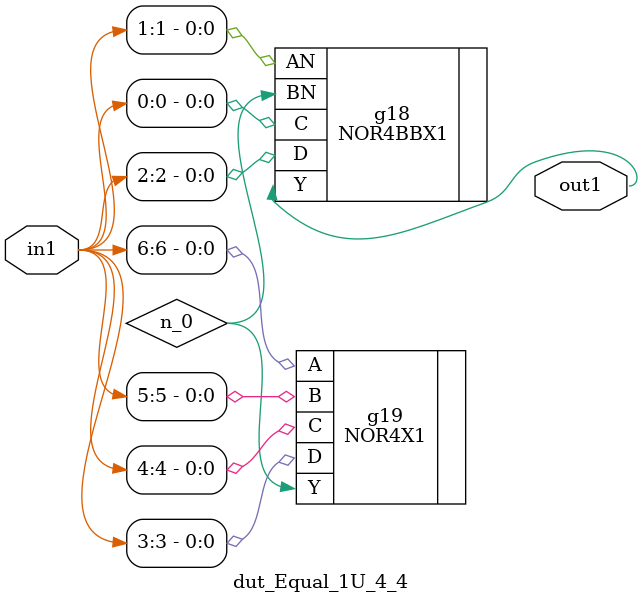
<source format=v>
`timescale 1ps / 1ps


module dut_Equal_1U_4_4(in1, out1);
  input [6:0] in1;
  output out1;
  wire [6:0] in1;
  wire out1;
  wire n_0;
  NOR4BBX1 g18(.AN (in1[1]), .BN (n_0), .C (in1[0]), .D (in1[2]), .Y
       (out1));
  NOR4X1 g19(.A (in1[6]), .B (in1[5]), .C (in1[4]), .D (in1[3]), .Y
       (n_0));
endmodule



</source>
